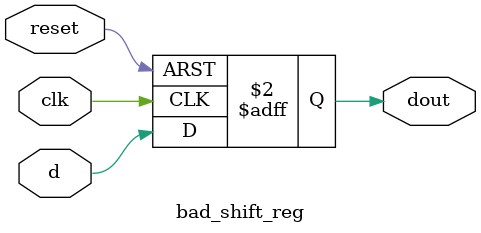
<source format=v>

module bad_shift_reg (input clk , input reset , input d , output reg dout);
reg q1;
always @ (posedge clk , posedge reset)
begin
	if(reset)
	begin
		q1 = 1'b0;
		dout = 1'b0;
	end
	else
	begin
		q1 = d;
		dout = q1;
	end
end
endmodule

</source>
